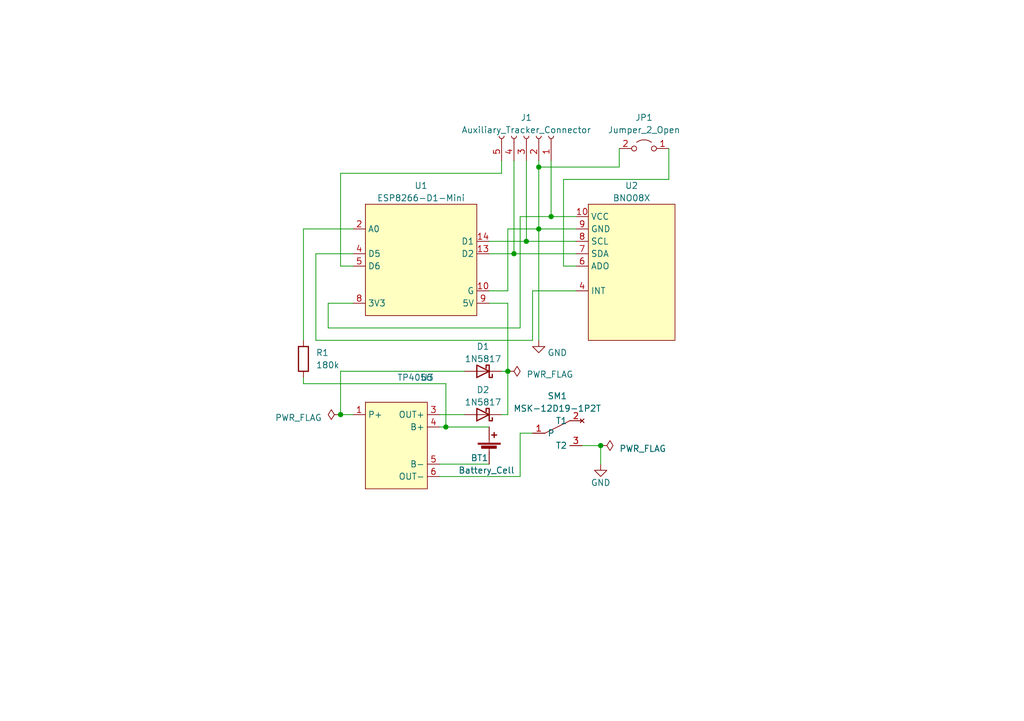
<source format=kicad_sch>
(kicad_sch (version 20230121) (generator eeschema)
  (paper "A5")
  (title_block (title "SlimeVR") (date "2023-02-14") (company "Feng") (comment 1 "Open source hardware") (comment 2 "Follow SlimeVR offical document") (comment 3 "Made on Earth by humans"))
  (lib_symbols
    (symbol "Device:R" (pin_numbers hide) (pin_names (offset 0))
      (property "Reference" "R" (at 2.032 0 90))
      (property "Value" "R" (at 0 0 90))
      (symbol "R_0_1"
        (rectangle (start -1.016 -2.54) (end 1.016 2.54) (stroke (width 0.254)))
      )
      (symbol "R_1_1"
        (pin passive line (at 0 3.81 270) (length 1.27) (name "~") (number "1"))
        (pin passive line (at 0 -3.81 90) (length 1.27) (name "~") (number "2"))
      )
    )
    (symbol "Diode:1N5817" (pin_numbers hide) (pin_names (offset 1.016) hide)
      (property "Reference" "D" (at 0 2.54 0))
      (property "Value" "1N5817" (at 0 -2.54 0))
      (symbol "1N5817_0_1"
        (polyline (pts (xy 1.27 0) (xy -1.27 0)))
        (polyline (pts (xy 1.27 1.27) (xy 1.27 -1.27) (xy -1.27 0) (xy 1.27 1.27)) (stroke (width 0.254)))
        (polyline (pts (xy -1.905 0.635) (xy -1.905 1.27) (xy -1.27 1.27) (xy -1.27 -1.27) (xy -0.635 -1.27) (xy -0.635 -0.635)) (stroke (width 0.254)))
      )
      (symbol "1N5817_1_1"
        (pin passive line (at -3.81 0 0) (length 2.54) (name "K") (number "1"))
        (pin passive line (at 3.81 0 180) (length 2.54) (name "A") (number "2"))
      )
    )
    (symbol "SlimeVR:BNO08X"
      (property "Reference" "U2" (at -13.97 29.21 0))
      (property "Value" "BNO08X" (at -13.97 26.67 0))
      (symbol "BNO08X_0_1"
        (rectangle (start -22.86 25.4) (end -5.08 -2.54) (fill (type background)))
      )
      (symbol "BNO08X_1_1"
        (pin no_connect line (at -22.86 0 0) (length 2.54) hide (name "PS0") (number "1"))
        (pin power_in line (at -25.4 22.86 0) (length 2.54) (name "VCC") (number "10"))
        (pin no_connect line (at -22.86 2.54 0) (length 2.54) hide (name "PS1") (number "2"))
        (pin no_connect line (at -22.86 5.08 0) (length 2.54) hide (name "RST") (number "3"))
        (pin input line (at -25.4 7.62 0) (length 2.54) (name "INT") (number "4"))
        (pin no_connect line (at -22.86 10.16 0) (length 2.54) hide (name "CS") (number "5"))
        (pin input line (at -25.4 12.7 0) (length 2.54) (name "ADO") (number "6"))
        (pin bidirectional line (at -25.4 15.24 0) (length 2.54) (name "SDA") (number "7"))
        (pin input line (at -25.4 17.78 0) (length 2.54) (name "SCL") (number "8"))
        (pin power_in line (at -25.4 20.32 0) (length 2.54) (name "GND") (number "9"))
      )
    )
    (symbol "SlimeVR:Battery_Cell" (pin_numbers hide) (pin_names (offset 0) hide)
      (property "Reference" "BT1" (at -3.81 -1.27 0))
      (property "Value" "Battery_Cell" (at -6.35 -3.81 0))
      (symbol "Battery_Cell_0_1"
        (rectangle (start -2.286 1.778) (end 2.286 1.524) (fill (type outline)))
        (rectangle (start -1.5748 1.1938) (end 1.4732 0.6858) (fill (type outline)))
        (polyline (pts (xy 0 0.762) (xy 0 0)))
        (polyline (pts (xy 0 1.778) (xy 0 2.54)))
        (polyline (pts (xy 0.508 3.429) (xy 1.524 3.429)) (stroke (width 0.254)))
        (polyline (pts (xy 1.016 3.937) (xy 1.016 2.921)) (stroke (width 0.254)))
      )
      (symbol "Battery_Cell_1_1"
        (pin passive line (at 0 5.08 270) (length 2.54) (name "+") (number "1"))
        (pin passive line (at 0 -2.54 90) (length 2.54) (name "-") (number "2"))
      )
    )
    (symbol "SlimeVR:Conn_01x05_Socket" (pin_names (offset 1.016) hide)
      (property "Reference" "J1" (at 0 3.81 90))
      (property "Value" "Auxiliary_Tracker_Connector" (at 0 1.27 90))
      (symbol "Conn_01x05_Socket_1_1"
        (arc (start 0 -4.572) (mid -0.5058 -5.08) (end 0 -5.588) (stroke (width 0.1524)))
        (arc (start 0 -2.032) (mid -0.5058 -2.54) (end 0 -3.048) (stroke (width 0.1524)))
        (polyline (pts (xy -1.27 -5.08) (xy -0.508 -5.08)) (stroke (width 0.1524)))
        (polyline (pts (xy -1.27 -2.54) (xy -0.508 -2.54)) (stroke (width 0.1524)))
        (polyline (pts (xy -1.27 0) (xy -0.508 0)) (stroke (width 0.1524)))
        (polyline (pts (xy -1.27 2.54) (xy -0.508 2.54)) (stroke (width 0.1524)))
        (polyline (pts (xy -1.27 5.08) (xy -0.508 5.08)) (stroke (width 0.1524)))
        (arc (start 0 0.508) (mid -0.5058 0) (end 0 -0.508) (stroke (width 0.1524)))
        (arc (start 0 3.048) (mid -0.5058 2.54) (end 0 2.032) (stroke (width 0.1524)))
        (arc (start 0 5.588) (mid -0.5058 5.08) (end 0 4.572) (stroke (width 0.1524)))
        (pin passive line (at -5.08 -5.08 0) (length 3.81) (name "Pin_1") (number "1"))
        (pin passive line (at -5.08 -2.54 0) (length 3.81) (name "Pin_2") (number "2"))
        (pin passive line (at -5.08 0 0) (length 3.81) (name "Pin_3") (number "3"))
        (pin passive line (at -5.08 2.54 0) (length 3.81) (name "Pin_4") (number "4"))
        (pin passive line (at -5.08 5.08 0) (length 3.81) (name "Pin_5") (number "5"))
      )
    )
    (symbol "SlimeVR:ESP8266-D1-Mini"
      (property "Reference" "U1" (at 0 15.24 0))
      (property "Value" "ESP8266-D1-Mini" (at 0 12.7 0))
      (symbol "ESP8266-D1-Mini_0_1"
        (rectangle (start -11.43 11.43) (end 11.43 -11.43) (fill (type background)))
      )
      (symbol "ESP8266-D1-Mini_1_1"
        (pin no_connect line (at -11.43 8.89 0) (length 2.54) hide (name "RST") (number "1"))
        (pin power_in line (at 13.97 -6.35 180) (length 2.54) (name "G") (number "10"))
        (pin no_connect line (at 11.43 -3.81 180) (length 2.54) hide (name "D4") (number "11"))
        (pin no_connect line (at 11.43 -1.27 180) (length 2.54) hide (name "D3") (number "12"))
        (pin bidirectional line (at 13.97 1.27 180) (length 2.54) (name "D2") (number "13"))
        (pin bidirectional line (at 13.97 3.81 180) (length 2.54) (name "D1") (number "14"))
        (pin no_connect line (at 11.43 6.35 180) (length 2.54) hide (name "RX") (number "15"))
        (pin no_connect line (at 11.43 8.89 180) (length 2.54) hide (name "TX") (number "16"))
        (pin input line (at -13.97 6.35 0) (length 2.54) (name "A0") (number "2"))
        (pin no_connect line (at -11.43 3.81 0) (length 2.54) hide (name "D0") (number "3"))
        (pin bidirectional line (at -13.97 1.27 0) (length 2.54) (name "D5") (number "4"))
        (pin bidirectional line (at -13.97 -1.27 0) (length 2.54) (name "D6") (number "5"))
        (pin no_connect line (at -11.43 -3.81 0) (length 2.54) hide (name "D7") (number "6"))
        (pin no_connect line (at -11.43 -6.35 0) (length 2.54) hide (name "D8") (number "7"))
        (pin power_out line (at -13.97 -8.89 0) (length 2.54) (name "3V3") (number "8"))
        (pin power_in line (at 13.97 -8.89 180) (length 2.54) (name "5V") (number "9"))
      )
    )
    (symbol "SlimeVR:Jumper_2_Open" (pin_names (offset 0) hide)
      (property "Reference" "JP1" (at 0 6.35 0))
      (property "Value" "Jumper_2_Open" (at 0 3.81 0))
      (symbol "Jumper_2_Open_0_0"
        (circle (center -2.032 0) (radius 0.508))
        (circle (center 2.032 0) (radius 0.508))
      )
      (symbol "Jumper_2_Open_0_1"
        (arc (start 1.524 1.27) (mid 0 1.778) (end -1.524 1.27))
      )
      (symbol "Jumper_2_Open_1_1"
        (pin passive line (at 5.08 0 180) (length 2.54) (name "A") (number "1"))
        (pin passive line (at -5.08 0 0) (length 2.54) (name "B") (number "2"))
      )
    )
    (symbol "SlimeVR:MSK-12D19-1P2T"
      (property "Reference" "SM1" (at -1.27 -2.54 0))
      (property "Value" "MSK-12D19-1P2T" (at -1.27 -5.08 0))
      (symbol "MSK-12D19-1P2T_0_1"
        (polyline (pts (xy -3.81 -10.16) (xy 1.27 -7.62)))
      )
      (symbol "MSK-12D19-1P2T_1_1"
        (pin passive line (at -6.35 -10.16 0) (length 2.54) (name "P") (number "1"))
        (pin no_connect line (at 3.81 -7.62 180) (length 2.54) (name "T1") (number "2"))
        (pin passive line (at 3.81 -12.7 180) (length 2.54) (name "T2") (number "3"))
      )
    )
    (symbol "SlimeVR:TP4056"
      (property "Reference" "U3" (at -13.97 2.54 90))
      (property "Value" "TP4056" (at -13.97 0 90))
      (symbol "TP4056_0_1"
        (rectangle (start -8.89 2.54) (end 8.89 -10.16) (fill (type background)))
      )
      (symbol "TP4056_1_1"
        (pin power_in line (at -6.35 -12.7 90) (length 2.54) (name "P+") (number "1"))
        (pin no_connect line (at 6.35 -10.16 90) (length 2.54) hide (name "P-") (number "2"))
        (pin power_out line (at -6.35 5.08 270) (length 2.54) (name "OUT+") (number "3"))
        (pin power_out line (at -3.81 5.08 270) (length 2.54) (name "B+") (number "4"))
        (pin power_out line (at 3.81 5.08 270) (length 2.54) (name "B-") (number "5"))
        (pin power_out line (at 6.35 5.08 270) (length 2.54) (name "OUT-") (number "6"))
      )
    )
    (symbol "power:GND" (power) (pin_names (offset 0))
      (property "Value" "GND" (at 0 -3.81 0))
      (symbol "GND_0_1"
        (polyline (pts (xy 0 0) (xy 0 -1.27) (xy 1.27 -1.27) (xy 0 -2.54) (xy -1.27 -1.27) (xy 0 -1.27)))
      )
      (symbol "GND_1_1"
        (pin power_in line (at 0 0 270) (length 0) hide (name "GND") (number "1"))
      )
    )
    (symbol "power:PWR_FLAG" (power) (pin_numbers hide) (pin_names (offset 0) hide)
      (property "Value" "PWR_FLAG" (at 0 3.81 0))
      (symbol "PWR_FLAG_0_0"
        (pin power_out line (at 0 0 90) (length 0) (name "pwr") (number "1"))
      )
      (symbol "PWR_FLAG_0_1"
        (polyline (pts (xy 0 0) (xy 0 1.27) (xy -1.016 1.905) (xy 0 2.54) (xy 1.016 1.905) (xy 0 1.27)))
      )
    )
  )
  (junction (at 91.44 87.63))
  (junction (at 113.03 44.45))
  (junction (at 105.41 52.07))
  (junction (at 69.85 85.09))
  (junction (at 110.49 46.99))
  (junction (at 110.49 34.29))
  (junction (at 123.19 91.44))
  (junction (at 107.95 49.53))
  (junction (at 104.14 76.2))
  (wire (pts (xy 100.33 59.69) (xy 104.14 59.69)))
  (wire (pts (xy 123.19 91.44) (xy 123.19 95.25)))
  (wire (pts (xy 110.49 34.29) (xy 110.49 46.99)))
  (wire (pts (xy 115.57 36.83) (xy 115.57 54.61)))
  (wire (pts (xy 104.14 76.2) (xy 104.14 62.23)))
  (wire (pts (xy 102.87 33.02) (xy 102.87 35.56)))
  (wire (pts (xy 102.87 85.09) (xy 104.14 85.09)))
  (wire (pts (xy 106.68 88.9) (xy 109.22 88.9)))
  (wire (pts (xy 104.14 62.23) (xy 100.33 62.23)))
  (wire (pts (xy 91.44 87.63) (xy 100.33 87.63)))
  (wire (pts (xy 69.85 35.56) (xy 102.87 35.56)))
  (wire (pts (xy 104.14 59.69) (xy 104.14 46.99)))
  (wire (pts (xy 62.23 78.74) (xy 62.23 77.47)))
  (wire (pts (xy 119.38 91.44) (xy 123.19 91.44)))
  (wire (pts (xy 100.33 52.07) (xy 105.41 52.07)))
  (wire (pts (xy 90.17 95.25) (xy 100.33 95.25)))
  (wire (pts (xy 69.85 54.61) (xy 72.39 54.61)))
  (wire (pts (xy 106.68 44.45) (xy 113.03 44.45)))
  (wire (pts (xy 64.77 69.85) (xy 109.22 69.85)))
  (wire (pts (xy 90.17 87.63) (xy 91.44 87.63)))
  (wire (pts (xy 62.23 46.99) (xy 72.39 46.99)))
  (wire (pts (xy 90.17 85.09) (xy 95.25 85.09)))
  (wire (pts (xy 127 34.29) (xy 110.49 34.29)))
  (wire (pts (xy 90.17 97.79) (xy 106.68 97.79)))
  (wire (pts (xy 110.49 33.02) (xy 110.49 34.29)))
  (wire (pts (xy 109.22 69.85) (xy 109.22 59.69)))
  (wire (pts (xy 118.11 54.61) (xy 115.57 54.61)))
  (wire (pts (xy 91.44 87.63) (xy 91.44 78.74)))
  (wire (pts (xy 107.95 33.02) (xy 107.95 49.53)))
  (wire (pts (xy 102.87 76.2) (xy 104.14 76.2)))
  (wire (pts (xy 110.49 46.99) (xy 118.11 46.99)))
  (wire (pts (xy 109.22 59.69) (xy 118.11 59.69)))
  (wire (pts (xy 137.16 36.83) (xy 137.16 30.48)))
  (wire (pts (xy 113.03 44.45) (xy 118.11 44.45)))
  (wire (pts (xy 115.57 36.83) (xy 137.16 36.83)))
  (wire (pts (xy 106.68 67.31) (xy 106.68 44.45)))
  (wire (pts (xy 106.68 97.79) (xy 106.68 88.9)))
  (wire (pts (xy 113.03 33.02) (xy 113.03 44.45)))
  (wire (pts (xy 105.41 52.07) (xy 118.11 52.07)))
  (wire (pts (xy 72.39 62.23) (xy 67.31 62.23)))
  (wire (pts (xy 69.85 35.56) (xy 69.85 54.61)))
  (wire (pts (xy 91.44 78.74) (xy 62.23 78.74)))
  (wire (pts (xy 104.14 76.2) (xy 104.14 85.09)))
  (wire (pts (xy 105.41 33.02) (xy 105.41 52.07)))
  (wire (pts (xy 104.14 46.99) (xy 110.49 46.99)))
  (wire (pts (xy 72.39 85.09) (xy 69.85 85.09)))
  (wire (pts (xy 107.95 49.53) (xy 118.11 49.53)))
  (wire (pts (xy 72.39 52.07) (xy 64.77 52.07)))
  (wire (pts (xy 64.77 52.07) (xy 64.77 69.85)))
  (wire (pts (xy 100.33 49.53) (xy 107.95 49.53)))
  (wire (pts (xy 127 30.48) (xy 127 34.29)))
  (wire (pts (xy 69.85 76.2) (xy 95.25 76.2)))
  (wire (pts (xy 69.85 85.09) (xy 69.85 76.2)))
  (wire (pts (xy 110.49 46.99) (xy 110.49 69.85)))
  (wire (pts (xy 62.23 69.85) (xy 62.23 46.99)))
  (wire (pts (xy 67.31 62.23) (xy 67.31 67.31)))
  (wire (pts (xy 67.31 67.31) (xy 106.68 67.31)))
  (symbol (lib_id "power:GND") (at 123.19 95.25 0) (unit 1)
    (property "Reference" "#PWR0101" (effects hide))
    (property "Value" "GND" (at 123.19 99.06 0))
  )
  (symbol (lib_id "power:PWR_FLAG") (at 69.85 85.09 90) (unit 1)
    (property "Reference" "#FLG01" (effects hide))
    (property "Value" "PWR_FLAG" (at 66.04 85.725 90) (effects (justify left)))
  )
  (symbol (lib_id "power:PWR_FLAG") (at 104.14 76.2 270) (unit 1)
    (property "Reference" "#FLG03" (effects hide))
    (property "Value" "PWR_FLAG" (at 107.95 76.835 90) (effects (justify left)))
  )
  (symbol (lib_id "SlimeVR:TP4056") (at 85.09 91.44 270) (unit 1)
    (property "Reference" "U3" (at 87.63 77.47 90))
    (property "Value" "TP4056" (at 85.09 77.47 90))
    (property "Footprint" "SlimeVR:TP4056_MAO" (effects hide))
  )
  (symbol (lib_id "SlimeVR:BNO08X") (at 143.51 67.31 0) (unit 1)
    (property "Reference" "U2" (at 129.54 38.1 0))
    (property "Value" "BNO08X" (at 129.54 40.64 0))
    (property "Footprint" "SlimeVR:BNO08X" (effects hide))
  )
  (symbol (lib_id "SlimeVR:Jumper_2_Open") (at 132.08 30.48 0) (unit 1)
    (property "Reference" "JP1" (at 132.08 24.13 0))
    (property "Value" "Jumper_2_Open" (at 132.08 26.67 0))
    (property "Footprint" "Connector_PinHeader_1.27mm:PinHeader_1x02_P1.27mm_Vertical" (effects hide))
  )
  (symbol (lib_id "Diode:1N5817") (at 99.06 85.09 180) (unit 1)
    (property "Reference" "D2" (at 99.06 80.01 0))
    (property "Value" "1N5817" (at 99.06 82.55 0))
    (property "Footprint" "Diode_THT:D_DO-41_SOD81_P10.16mm_Horizontal" (effects hide))
    (property "Datasheet" "http://www.vishay.com/docs/88525/1n5817.pdf" (effects hide))
  )
  (symbol (lib_id "SlimeVR:MSK-12D19-1P2T") (at 115.57 78.74 0) (unit 1)
    (property "Reference" "SM1" (at 114.3 81.28 0))
    (property "Value" "MSK-12D19-1P2T" (at 114.3 83.82 0))
    (property "Footprint" "SlimeVR:MSK-12D19-1P2T" (effects hide))
  )
  (symbol (lib_id "SlimeVR:Conn_01x05_Socket") (at 107.95 27.94 90) (unit 1)
    (property "Reference" "J1" (at 107.95 24.13 90))
    (property "Value" "Auxiliary_Tracker_Connector" (at 107.95 26.67 90))
    (property "Footprint" "SlimeVR:Molex_PicoBlade_53047-0510_1x05_P1.25mm_Vertical" (effects hide))
  )
  (symbol (lib_id "Device:R") (at 62.23 73.66 0) (unit 1)
    (property "Reference" "R1" (at 64.77 72.3899 0) (effects (justify left)))
    (property "Value" "180k" (at 64.77 74.9299 0) (effects (justify left)))
    (property "Footprint" "Resistor_THT:R_Axial_DIN0207_L6.3mm_D2.5mm_P10.16mm_Horizontal" (effects hide))
  )
  (symbol (lib_id "SlimeVR:ESP8266-D1-Mini") (at 86.36 53.34 0) (unit 1)
    (property "Reference" "U1" (at 86.36 38.1 0))
    (property "Value" "ESP8266-D1-Mini" (at 86.36 40.64 0))
    (property "Footprint" "SlimeVR:WEMOS_D1_mini_light" (effects hide))
  )
  (symbol (lib_id "SlimeVR:Battery_Cell") (at 100.33 92.71 0) (unit 1)
    (property "Reference" "BT1" (at 96.52 93.98 0) (effects (justify left)))
    (property "Value" "Battery_Cell" (at 93.98 96.52 0) (effects (justify left)))
    (property "Footprint" "Connector_Molex:Molex_PicoBlade_53047-0210_1x02_P1.25mm_Vertical" (effects hide))
  )
  (symbol (lib_id "Diode:1N5817") (at 99.06 76.2 180) (unit 1)
    (property "Reference" "D1" (at 99.06 71.12 0))
    (property "Value" "1N5817" (at 99.06 73.66 0))
    (property "Footprint" "Diode_THT:D_DO-41_SOD81_P10.16mm_Horizontal" (effects hide))
    (property "Datasheet" "http://www.vishay.com/docs/88525/1n5817.pdf" (effects hide))
  )
  (symbol (lib_id "power:PWR_FLAG") (at 123.19 91.44 270) (unit 1)
    (property "Reference" "#FLG02" (effects hide))
    (property "Value" "PWR_FLAG" (at 127 92.075 90) (effects (justify left)))
  )
  (symbol (lib_id "power:GND") (at 110.49 69.85 0) (unit 1)
    (property "Reference" "#PWR0102" (effects hide))
    (property "Value" "GND" (at 114.3 72.39 0))
  )
)
</source>
